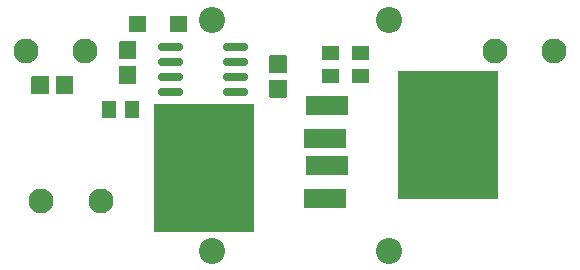
<source format=gbs>
G04 Layer: BottomSolderMaskLayer*
G04 EasyEDA v6.5.8, 2022-07-18 23:19:08*
G04 1589dfe675ed41be9403e30dc75cfddf,10*
G04 Gerber Generator version 0.2*
G04 Scale: 100 percent, Rotated: No, Reflected: No *
G04 Dimensions in millimeters *
G04 leading zeros omitted , absolute positions ,4 integer and 5 decimal *
%FSLAX45Y45*%
%MOMM*%

%ADD10C,0.6896*%
%ADD11C,2.1016*%
%ADD12C,2.2032*%

%LPD*%
D10*
X1611708Y-825500D02*
G01*
X1466009Y-825500D01*
X1611708Y-698500D02*
G01*
X1466009Y-698500D01*
X1611708Y-571500D02*
G01*
X1466009Y-571500D01*
X1611708Y-444500D02*
G01*
X1466009Y-444500D01*
X2166190Y-825500D02*
G01*
X2020491Y-825500D01*
X2166190Y-698500D02*
G01*
X2020491Y-698500D01*
X2166190Y-571500D02*
G01*
X2020491Y-571500D01*
X2166190Y-444500D02*
G01*
X2020491Y-444500D01*
G36*
X1407119Y-2013305D02*
G01*
X1405595Y-2013051D01*
X1404071Y-2012289D01*
X1403055Y-2011273D01*
X1402293Y-2009749D01*
X1402039Y-2008225D01*
X1402105Y-2008225D01*
X1402105Y-938123D01*
X1402039Y-938225D01*
X1402293Y-936701D01*
X1403055Y-935177D01*
X1404071Y-934161D01*
X1405595Y-933399D01*
X1407119Y-933145D01*
X1407185Y-933043D01*
X2245131Y-933043D01*
X2245121Y-933145D01*
X2246645Y-933399D01*
X2248169Y-934161D01*
X2249185Y-935177D01*
X2249947Y-936701D01*
X2250201Y-938225D01*
X2250211Y-938123D01*
X2250211Y-2008225D01*
X2250201Y-2008225D01*
X2249947Y-2009749D01*
X2249185Y-2011273D01*
X2248169Y-2012289D01*
X2246645Y-2013051D01*
X2245121Y-2013305D01*
G37*
G36*
X2672359Y-1807311D02*
G01*
X2672427Y-1807281D01*
X2670903Y-1807027D01*
X2669379Y-1806265D01*
X2668363Y-1805249D01*
X2667601Y-1803725D01*
X2667347Y-1802201D01*
X2667279Y-1802231D01*
X2667279Y-1652117D01*
X2667347Y-1652198D01*
X2667601Y-1650674D01*
X2668363Y-1649150D01*
X2669379Y-1648134D01*
X2670903Y-1647372D01*
X2672427Y-1647118D01*
X2672359Y-1647037D01*
X3022371Y-1647037D01*
X3022429Y-1647118D01*
X3023953Y-1647372D01*
X3025477Y-1648134D01*
X3026493Y-1649150D01*
X3027255Y-1650674D01*
X3027509Y-1652198D01*
X3027451Y-1652117D01*
X3027451Y-1802231D01*
X3027509Y-1802201D01*
X3027255Y-1803725D01*
X3026493Y-1805249D01*
X3025477Y-1806265D01*
X3023953Y-1807027D01*
X3022429Y-1807281D01*
X3022371Y-1807311D01*
G37*
G36*
X2672359Y-1299311D02*
G01*
X2672473Y-1299281D01*
X2670949Y-1299027D01*
X2669425Y-1298265D01*
X2668409Y-1297249D01*
X2667647Y-1295725D01*
X2667393Y-1294201D01*
X2667279Y-1294231D01*
X2667279Y-1144117D01*
X2667393Y-1144198D01*
X2667647Y-1142674D01*
X2668409Y-1141150D01*
X2669425Y-1140134D01*
X2670949Y-1139372D01*
X2672473Y-1139118D01*
X2672359Y-1139037D01*
X3022371Y-1139037D01*
X3022475Y-1139118D01*
X3023999Y-1139372D01*
X3025523Y-1140134D01*
X3026539Y-1141150D01*
X3027301Y-1142674D01*
X3027555Y-1144198D01*
X3027451Y-1144117D01*
X3027451Y-1294231D01*
X3027555Y-1294201D01*
X3027301Y-1295725D01*
X3026539Y-1297249D01*
X3025523Y-1298265D01*
X3023999Y-1299027D01*
X3022475Y-1299281D01*
X3022371Y-1299311D01*
G37*
G36*
X3469919Y-1733905D02*
G01*
X3469878Y-1733854D01*
X3468354Y-1733600D01*
X3466830Y-1732838D01*
X3465814Y-1731822D01*
X3465052Y-1730298D01*
X3464798Y-1728774D01*
X3464839Y-1728825D01*
X3464839Y-658723D01*
X3464798Y-658774D01*
X3465052Y-657250D01*
X3465814Y-655726D01*
X3466830Y-654710D01*
X3468354Y-653948D01*
X3469878Y-653694D01*
X3469919Y-653643D01*
X4307865Y-653643D01*
X4307880Y-653694D01*
X4309404Y-653948D01*
X4310928Y-654710D01*
X4311944Y-655726D01*
X4312706Y-657250D01*
X4312960Y-658774D01*
X4312945Y-658723D01*
X4312945Y-1728825D01*
X4312960Y-1728774D01*
X4312706Y-1730298D01*
X4311944Y-1731822D01*
X4310928Y-1732838D01*
X4309404Y-1733600D01*
X4307880Y-1733854D01*
X4307865Y-1733905D01*
G37*
G36*
X2692679Y-1019911D02*
G01*
X2692570Y-1019881D01*
X2691046Y-1019627D01*
X2689522Y-1018865D01*
X2688506Y-1017849D01*
X2687744Y-1016325D01*
X2687490Y-1014801D01*
X2687599Y-1014831D01*
X2687599Y-864717D01*
X2687490Y-864798D01*
X2687744Y-863274D01*
X2688506Y-861750D01*
X2689522Y-860734D01*
X2691046Y-859972D01*
X2692570Y-859718D01*
X2692679Y-859637D01*
X3042691Y-859637D01*
X3042572Y-859718D01*
X3044096Y-859972D01*
X3045620Y-860734D01*
X3046636Y-861750D01*
X3047398Y-863274D01*
X3047652Y-864798D01*
X3047771Y-864717D01*
X3047771Y-1014831D01*
X3047652Y-1014801D01*
X3047398Y-1016325D01*
X3046636Y-1017849D01*
X3045620Y-1018865D01*
X3044096Y-1019627D01*
X3042572Y-1019881D01*
X3042691Y-1019911D01*
G37*
G36*
X2692425Y-1527911D02*
G01*
X2692524Y-1527881D01*
X2691000Y-1527627D01*
X2689476Y-1526865D01*
X2688460Y-1525849D01*
X2687698Y-1524325D01*
X2687444Y-1522801D01*
X2687345Y-1522831D01*
X2687345Y-1372717D01*
X2687444Y-1372798D01*
X2687698Y-1371274D01*
X2688460Y-1369750D01*
X2689476Y-1368734D01*
X2691000Y-1367972D01*
X2692524Y-1367718D01*
X2692425Y-1367637D01*
X3042437Y-1367637D01*
X3042526Y-1367718D01*
X3044050Y-1367972D01*
X3045574Y-1368734D01*
X3046590Y-1369750D01*
X3047352Y-1371274D01*
X3047606Y-1372798D01*
X3047517Y-1372717D01*
X3047517Y-1522831D01*
X3047606Y-1522801D01*
X3047352Y-1524325D01*
X3046590Y-1525849D01*
X3045574Y-1526865D01*
X3044050Y-1527627D01*
X3042526Y-1527881D01*
X3042437Y-1527911D01*
G37*
G36*
X2383561Y-877163D02*
G01*
X2383599Y-877079D01*
X2382075Y-876825D01*
X2380551Y-876063D01*
X2379535Y-875047D01*
X2378773Y-873523D01*
X2378519Y-871999D01*
X2378481Y-872083D01*
X2378481Y-731113D01*
X2378519Y-730999D01*
X2378773Y-729475D01*
X2379535Y-727951D01*
X2380551Y-726935D01*
X2382075Y-726173D01*
X2383599Y-725919D01*
X2383561Y-726033D01*
X2518689Y-726033D01*
X2518600Y-725919D01*
X2520124Y-726173D01*
X2521648Y-726935D01*
X2522664Y-727951D01*
X2523426Y-729475D01*
X2523680Y-730999D01*
X2523769Y-731113D01*
X2523769Y-872083D01*
X2523680Y-871999D01*
X2523426Y-873523D01*
X2522664Y-875047D01*
X2521648Y-876063D01*
X2520124Y-876825D01*
X2518600Y-877079D01*
X2518689Y-877163D01*
G37*
G36*
X2383561Y-671169D02*
G01*
X2383599Y-671080D01*
X2382075Y-670826D01*
X2380551Y-670064D01*
X2379535Y-669048D01*
X2378773Y-667524D01*
X2378519Y-666000D01*
X2378481Y-666089D01*
X2378481Y-525119D01*
X2378519Y-525000D01*
X2378773Y-523476D01*
X2379535Y-521952D01*
X2380551Y-520936D01*
X2382075Y-520174D01*
X2383599Y-519920D01*
X2383561Y-520039D01*
X2518689Y-520039D01*
X2518600Y-519920D01*
X2520124Y-520174D01*
X2521648Y-520936D01*
X2522664Y-521952D01*
X2523426Y-523476D01*
X2523680Y-525000D01*
X2523769Y-525119D01*
X2523769Y-666089D01*
X2523680Y-666000D01*
X2523426Y-667524D01*
X2522664Y-669048D01*
X2521648Y-670064D01*
X2520124Y-670826D01*
X2518600Y-671080D01*
X2518689Y-671169D01*
G37*
G36*
X1112499Y-758581D02*
G01*
X1110975Y-758327D01*
X1109451Y-757565D01*
X1108435Y-756549D01*
X1107673Y-755025D01*
X1107419Y-753501D01*
X1107465Y-753465D01*
X1107465Y-612495D01*
X1107419Y-612500D01*
X1107673Y-610976D01*
X1108435Y-609452D01*
X1109451Y-608436D01*
X1110975Y-607674D01*
X1112499Y-607420D01*
X1112545Y-607415D01*
X1247419Y-607415D01*
X1247500Y-607420D01*
X1249024Y-607674D01*
X1250548Y-608436D01*
X1251564Y-609452D01*
X1252326Y-610976D01*
X1252580Y-612500D01*
X1252499Y-612495D01*
X1252499Y-753465D01*
X1252580Y-753501D01*
X1252326Y-755025D01*
X1251564Y-756549D01*
X1250548Y-757565D01*
X1249024Y-758327D01*
X1247500Y-758581D01*
X1247419Y-758545D01*
X1112545Y-758545D01*
G37*
G36*
X1112499Y-552582D02*
G01*
X1110975Y-552328D01*
X1109451Y-551566D01*
X1108435Y-550550D01*
X1107673Y-549026D01*
X1107419Y-547502D01*
X1107465Y-547471D01*
X1107465Y-406501D01*
X1107419Y-406501D01*
X1107673Y-404977D01*
X1108435Y-403453D01*
X1109451Y-402437D01*
X1110975Y-401675D01*
X1112499Y-401421D01*
X1247500Y-401421D01*
X1249024Y-401675D01*
X1250548Y-402437D01*
X1251564Y-403453D01*
X1252326Y-404977D01*
X1252580Y-406501D01*
X1252499Y-406501D01*
X1252499Y-547471D01*
X1252580Y-547502D01*
X1252326Y-549026D01*
X1251564Y-550550D01*
X1250548Y-551566D01*
X1249024Y-552328D01*
X1247500Y-552582D01*
X1247419Y-552551D01*
X1112545Y-552551D01*
G37*
G36*
X572541Y-842619D02*
G01*
X572500Y-842581D01*
X570976Y-842327D01*
X569452Y-841565D01*
X568436Y-840549D01*
X567674Y-839025D01*
X567420Y-837501D01*
X567461Y-837539D01*
X567461Y-702411D01*
X567420Y-702500D01*
X567674Y-700976D01*
X568436Y-699452D01*
X569452Y-698436D01*
X570976Y-697674D01*
X572500Y-697420D01*
X572541Y-697331D01*
X713511Y-697331D01*
X713501Y-697420D01*
X715025Y-697674D01*
X716549Y-698436D01*
X717565Y-699452D01*
X718327Y-700976D01*
X718581Y-702500D01*
X718591Y-702411D01*
X718591Y-837539D01*
X718581Y-837501D01*
X718327Y-839025D01*
X717565Y-840549D01*
X716549Y-841565D01*
X715025Y-842327D01*
X713501Y-842581D01*
X713511Y-842619D01*
G37*
G36*
X366547Y-842619D02*
G01*
X366501Y-842581D01*
X364977Y-842327D01*
X363453Y-841565D01*
X362437Y-840549D01*
X361675Y-839025D01*
X361421Y-837501D01*
X361467Y-837539D01*
X361467Y-702411D01*
X361421Y-702500D01*
X361675Y-700976D01*
X362437Y-699452D01*
X363453Y-698436D01*
X364977Y-697674D01*
X366501Y-697420D01*
X366547Y-697331D01*
X507517Y-697331D01*
X507502Y-697420D01*
X509026Y-697674D01*
X510550Y-698436D01*
X511566Y-699452D01*
X512328Y-700976D01*
X512582Y-702500D01*
X512597Y-702411D01*
X512597Y-837539D01*
X512582Y-837501D01*
X512328Y-839025D01*
X511566Y-840549D01*
X510550Y-841565D01*
X509026Y-842327D01*
X507502Y-842581D01*
X507517Y-842619D01*
G37*
G36*
X1191539Y-319125D02*
G01*
X1191602Y-319079D01*
X1190078Y-318825D01*
X1188554Y-318063D01*
X1187538Y-317047D01*
X1186776Y-315523D01*
X1186522Y-313999D01*
X1186459Y-314045D01*
X1186459Y-193903D01*
X1186522Y-194000D01*
X1186776Y-192476D01*
X1187538Y-190952D01*
X1188554Y-189936D01*
X1190078Y-189174D01*
X1191602Y-188920D01*
X1191539Y-188823D01*
X1331493Y-188823D01*
X1331605Y-188920D01*
X1333129Y-189174D01*
X1334653Y-189936D01*
X1335669Y-190952D01*
X1336431Y-192476D01*
X1336685Y-194000D01*
X1336573Y-193903D01*
X1336573Y-314045D01*
X1336685Y-313999D01*
X1336431Y-315523D01*
X1335669Y-317047D01*
X1334653Y-318063D01*
X1333129Y-318825D01*
X1331605Y-319079D01*
X1331493Y-319125D01*
G37*
G36*
X1538503Y-319125D02*
G01*
X1538594Y-319079D01*
X1537070Y-318825D01*
X1535546Y-318063D01*
X1534530Y-317047D01*
X1533768Y-315523D01*
X1533514Y-313999D01*
X1533423Y-314045D01*
X1533423Y-193903D01*
X1533514Y-194000D01*
X1533768Y-192476D01*
X1534530Y-190952D01*
X1535546Y-189936D01*
X1537070Y-189174D01*
X1538594Y-188920D01*
X1538503Y-188823D01*
X1678711Y-188823D01*
X1678597Y-188920D01*
X1680121Y-189174D01*
X1681645Y-189936D01*
X1682661Y-190952D01*
X1683423Y-192476D01*
X1683677Y-194000D01*
X1683791Y-193903D01*
X1683791Y-314045D01*
X1683677Y-313999D01*
X1683423Y-315523D01*
X1682661Y-317047D01*
X1681645Y-318063D01*
X1680121Y-318825D01*
X1678597Y-319079D01*
X1678711Y-319125D01*
G37*
G36*
X2826791Y-755243D02*
G01*
X2826750Y-755233D01*
X2825226Y-754979D01*
X2823702Y-754217D01*
X2822686Y-753201D01*
X2821924Y-751677D01*
X2821670Y-750153D01*
X2821711Y-750163D01*
X2821711Y-636879D01*
X2821670Y-636899D01*
X2821924Y-635375D01*
X2822686Y-633851D01*
X2823702Y-632835D01*
X2825226Y-632073D01*
X2826750Y-631819D01*
X2826791Y-631799D01*
X2964459Y-631799D01*
X2964449Y-631819D01*
X2965973Y-632073D01*
X2967497Y-632835D01*
X2968513Y-633851D01*
X2969275Y-635375D01*
X2969529Y-636899D01*
X2969539Y-636879D01*
X2969539Y-750163D01*
X2969529Y-750153D01*
X2969275Y-751677D01*
X2968513Y-753201D01*
X2967497Y-754217D01*
X2965973Y-754979D01*
X2964449Y-755233D01*
X2964459Y-755243D01*
G37*
G36*
X2826750Y-561980D02*
G01*
X2825226Y-561726D01*
X2823702Y-560964D01*
X2822686Y-559948D01*
X2821924Y-558424D01*
X2821670Y-556900D01*
X2821711Y-556869D01*
X2821711Y-443585D01*
X2821670Y-443646D01*
X2821924Y-442122D01*
X2822686Y-440598D01*
X2823702Y-439582D01*
X2825226Y-438820D01*
X2826750Y-438566D01*
X2826791Y-438505D01*
X2964459Y-438505D01*
X2964449Y-438566D01*
X2965973Y-438820D01*
X2967497Y-439582D01*
X2968513Y-440598D01*
X2969275Y-442122D01*
X2969529Y-443646D01*
X2969539Y-443585D01*
X2969539Y-556869D01*
X2969529Y-556900D01*
X2969275Y-558424D01*
X2968513Y-559948D01*
X2967497Y-560964D01*
X2965973Y-561726D01*
X2964449Y-561980D01*
X2964459Y-561949D01*
X2826791Y-561949D01*
G37*
G36*
X1157503Y-1051915D02*
G01*
X1157599Y-1051829D01*
X1156075Y-1051575D01*
X1154551Y-1050813D01*
X1153535Y-1049797D01*
X1152773Y-1048273D01*
X1152519Y-1046749D01*
X1152423Y-1046835D01*
X1152423Y-909167D01*
X1152519Y-909050D01*
X1152773Y-907526D01*
X1153535Y-906002D01*
X1154551Y-904986D01*
X1156075Y-904224D01*
X1157599Y-903970D01*
X1157503Y-904087D01*
X1270787Y-904087D01*
X1270853Y-903970D01*
X1272377Y-904224D01*
X1273901Y-904986D01*
X1274917Y-906002D01*
X1275679Y-907526D01*
X1275933Y-909050D01*
X1275867Y-909167D01*
X1275867Y-1046835D01*
X1275933Y-1046749D01*
X1275679Y-1048273D01*
X1274917Y-1049797D01*
X1273901Y-1050813D01*
X1272377Y-1051575D01*
X1270853Y-1051829D01*
X1270787Y-1051915D01*
G37*
G36*
X964463Y-1051915D02*
G01*
X964346Y-1051829D01*
X962822Y-1051575D01*
X961298Y-1050813D01*
X960282Y-1049797D01*
X959520Y-1048273D01*
X959266Y-1046749D01*
X959383Y-1046835D01*
X959383Y-909167D01*
X959266Y-909050D01*
X959520Y-907526D01*
X960282Y-906002D01*
X961298Y-904986D01*
X962822Y-904224D01*
X964346Y-903970D01*
X964463Y-904087D01*
X1077493Y-904087D01*
X1077600Y-903970D01*
X1079124Y-904224D01*
X1080648Y-904986D01*
X1081664Y-906002D01*
X1082426Y-907526D01*
X1082680Y-909050D01*
X1082573Y-909167D01*
X1082573Y-1046835D01*
X1082680Y-1046749D01*
X1082426Y-1048273D01*
X1081664Y-1049797D01*
X1080648Y-1050813D01*
X1079124Y-1051575D01*
X1077600Y-1051829D01*
X1077493Y-1051915D01*
G37*
G36*
X3080791Y-755243D02*
G01*
X3080750Y-755233D01*
X3079226Y-754979D01*
X3077702Y-754217D01*
X3076686Y-753201D01*
X3075924Y-751677D01*
X3075670Y-750153D01*
X3075711Y-750163D01*
X3075711Y-636879D01*
X3075670Y-636899D01*
X3075924Y-635375D01*
X3076686Y-633851D01*
X3077702Y-632835D01*
X3079226Y-632073D01*
X3080750Y-631819D01*
X3080791Y-631799D01*
X3218459Y-631799D01*
X3218449Y-631819D01*
X3219973Y-632073D01*
X3221497Y-632835D01*
X3222513Y-633851D01*
X3223275Y-635375D01*
X3223529Y-636899D01*
X3223539Y-636879D01*
X3223539Y-750163D01*
X3223529Y-750153D01*
X3223275Y-751677D01*
X3222513Y-753201D01*
X3221497Y-754217D01*
X3219973Y-754979D01*
X3218449Y-755233D01*
X3218459Y-755243D01*
G37*
G36*
X3080750Y-561980D02*
G01*
X3079226Y-561726D01*
X3077702Y-560964D01*
X3076686Y-559948D01*
X3075924Y-558424D01*
X3075670Y-556900D01*
X3075711Y-556869D01*
X3075711Y-443585D01*
X3075670Y-443646D01*
X3075924Y-442122D01*
X3076686Y-440598D01*
X3077702Y-439582D01*
X3079226Y-438820D01*
X3080750Y-438566D01*
X3080791Y-438505D01*
X3218459Y-438505D01*
X3218449Y-438566D01*
X3219973Y-438820D01*
X3221497Y-439582D01*
X3222513Y-440598D01*
X3223275Y-442122D01*
X3223529Y-443646D01*
X3223539Y-443585D01*
X3223539Y-556869D01*
X3223529Y-556900D01*
X3223275Y-558424D01*
X3222513Y-559948D01*
X3221497Y-560964D01*
X3219973Y-561726D01*
X3218449Y-561980D01*
X3218459Y-561949D01*
X3080791Y-561949D01*
G37*
D11*
G01*
X955039Y-1752600D03*
G01*
X447039Y-1752600D03*
D12*
G01*
X1892300Y-2171700D03*
G01*
X1892300Y-215900D03*
G01*
X3390900Y-215900D03*
G01*
X3390900Y-2171700D03*
D11*
G01*
X4289552Y-480009D03*
G01*
X4790439Y-480009D03*
G01*
X319557Y-480009D03*
G01*
X820445Y-480009D03*
M02*

</source>
